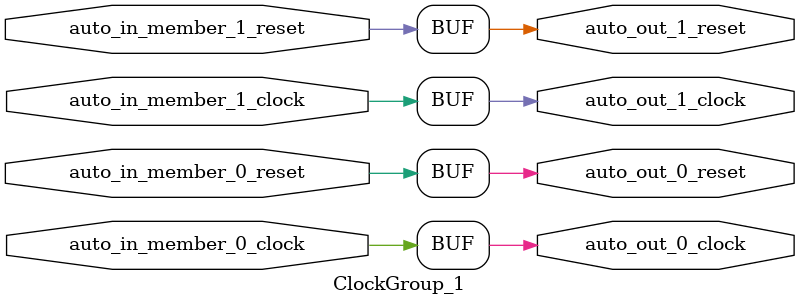
<source format=sv>
`ifndef RANDOMIZE
  `ifdef RANDOMIZE_REG_INIT
    `define RANDOMIZE
  `endif // RANDOMIZE_REG_INIT
`endif // not def RANDOMIZE
`ifndef RANDOMIZE
  `ifdef RANDOMIZE_MEM_INIT
    `define RANDOMIZE
  `endif // RANDOMIZE_MEM_INIT
`endif // not def RANDOMIZE

`ifndef RANDOM
  `define RANDOM $random
`endif // not def RANDOM

// Users can define 'PRINTF_COND' to add an extra gate to prints.
`ifndef PRINTF_COND_
  `ifdef PRINTF_COND
    `define PRINTF_COND_ (`PRINTF_COND)
  `else  // PRINTF_COND
    `define PRINTF_COND_ 1
  `endif // PRINTF_COND
`endif // not def PRINTF_COND_

// Users can define 'ASSERT_VERBOSE_COND' to add an extra gate to assert error printing.
`ifndef ASSERT_VERBOSE_COND_
  `ifdef ASSERT_VERBOSE_COND
    `define ASSERT_VERBOSE_COND_ (`ASSERT_VERBOSE_COND)
  `else  // ASSERT_VERBOSE_COND
    `define ASSERT_VERBOSE_COND_ 1
  `endif // ASSERT_VERBOSE_COND
`endif // not def ASSERT_VERBOSE_COND_

// Users can define 'STOP_COND' to add an extra gate to stop conditions.
`ifndef STOP_COND_
  `ifdef STOP_COND
    `define STOP_COND_ (`STOP_COND)
  `else  // STOP_COND
    `define STOP_COND_ 1
  `endif // STOP_COND
`endif // not def STOP_COND_

// Users can define INIT_RANDOM as general code that gets injected into the
// initializer block for modules with registers.
`ifndef INIT_RANDOM
  `define INIT_RANDOM
`endif // not def INIT_RANDOM

// If using random initialization, you can also define RANDOMIZE_DELAY to
// customize the delay used, otherwise 0.002 is used.
`ifndef RANDOMIZE_DELAY
  `define RANDOMIZE_DELAY 0.002
`endif // not def RANDOMIZE_DELAY

// Define INIT_RANDOM_PROLOG_ for use in our modules below.
`ifndef INIT_RANDOM_PROLOG_
  `ifdef RANDOMIZE
    `ifdef VERILATOR
      `define INIT_RANDOM_PROLOG_ `INIT_RANDOM
    `else  // VERILATOR
      `define INIT_RANDOM_PROLOG_ `INIT_RANDOM #`RANDOMIZE_DELAY begin end
    `endif // VERILATOR
  `else  // RANDOMIZE
    `define INIT_RANDOM_PROLOG_
  `endif // RANDOMIZE
`endif // not def INIT_RANDOM_PROLOG_

// Include register initializers in init blocks unless synthesis is set
`ifndef SYNTHESIS
  `ifndef ENABLE_INITIAL_REG_
    `define ENABLE_INITIAL_REG_
  `endif // not def ENABLE_INITIAL_REG_
`endif // not def SYNTHESIS

// Include rmemory initializers in init blocks unless synthesis is set
`ifndef SYNTHESIS
  `ifndef ENABLE_INITIAL_MEM_
    `define ENABLE_INITIAL_MEM_
  `endif // not def ENABLE_INITIAL_MEM_
`endif // not def SYNTHESIS

module ClockGroup_1(
  input  auto_in_member_1_clock,	// @[generators/rocket-chip/src/main/scala/diplomacy/LazyModule.scala:367:18]
         auto_in_member_1_reset,	// @[generators/rocket-chip/src/main/scala/diplomacy/LazyModule.scala:367:18]
         auto_in_member_0_clock,	// @[generators/rocket-chip/src/main/scala/diplomacy/LazyModule.scala:367:18]
         auto_in_member_0_reset,	// @[generators/rocket-chip/src/main/scala/diplomacy/LazyModule.scala:367:18]
  output auto_out_1_clock,	// @[generators/rocket-chip/src/main/scala/diplomacy/LazyModule.scala:367:18]
         auto_out_1_reset,	// @[generators/rocket-chip/src/main/scala/diplomacy/LazyModule.scala:367:18]
         auto_out_0_clock,	// @[generators/rocket-chip/src/main/scala/diplomacy/LazyModule.scala:367:18]
         auto_out_0_reset	// @[generators/rocket-chip/src/main/scala/diplomacy/LazyModule.scala:367:18]
);

  assign auto_out_1_clock = auto_in_member_1_clock;
  assign auto_out_1_reset = auto_in_member_1_reset;
  assign auto_out_0_clock = auto_in_member_0_clock;
  assign auto_out_0_reset = auto_in_member_0_reset;
endmodule


</source>
